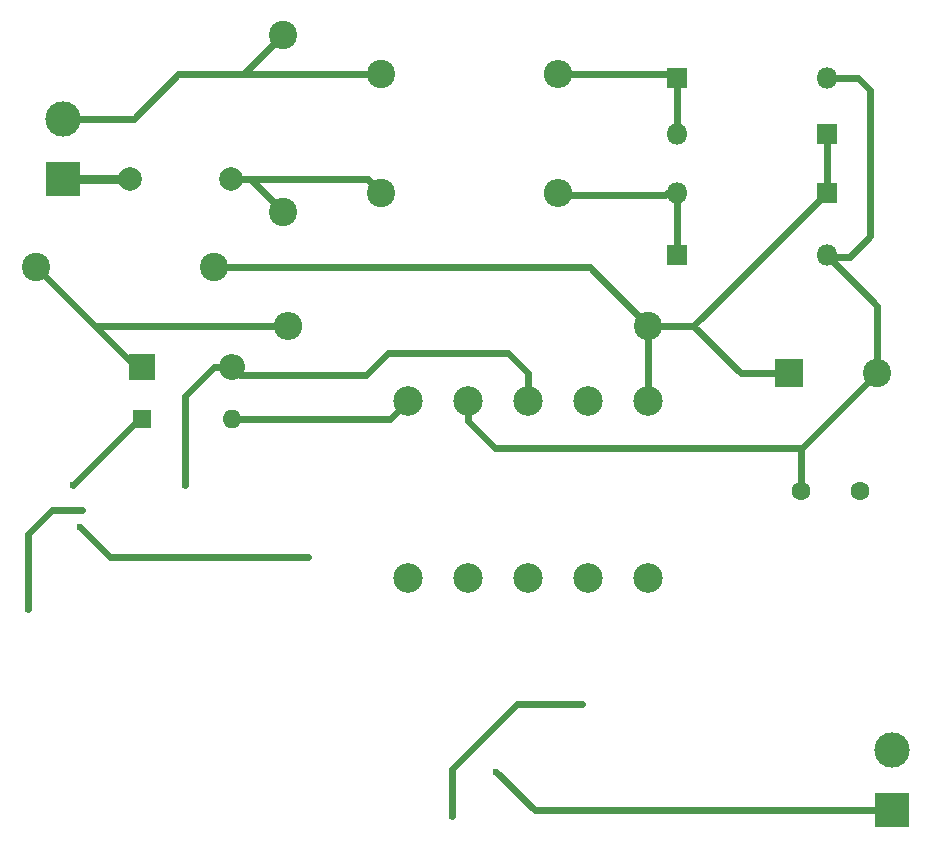
<source format=gbr>
%TF.GenerationSoftware,KiCad,Pcbnew,8.0.8*%
%TF.CreationDate,2025-03-04T11:57:41-03:00*%
%TF.ProjectId,switched_power_supply,73776974-6368-4656-945f-706f7765725f,rev?*%
%TF.SameCoordinates,Original*%
%TF.FileFunction,Copper,L2,Bot*%
%TF.FilePolarity,Positive*%
%FSLAX46Y46*%
G04 Gerber Fmt 4.6, Leading zero omitted, Abs format (unit mm)*
G04 Created by KiCad (PCBNEW 8.0.8) date 2025-03-04 11:57:41*
%MOMM*%
%LPD*%
G01*
G04 APERTURE LIST*
%TA.AperFunction,ComponentPad*%
%ADD10R,1.800000X1.800000*%
%TD*%
%TA.AperFunction,ComponentPad*%
%ADD11O,1.800000X1.800000*%
%TD*%
%TA.AperFunction,ComponentPad*%
%ADD12C,2.500000*%
%TD*%
%TA.AperFunction,ComponentPad*%
%ADD13R,3.000000X3.000000*%
%TD*%
%TA.AperFunction,ComponentPad*%
%ADD14C,3.000000*%
%TD*%
%TA.AperFunction,ComponentPad*%
%ADD15C,2.400000*%
%TD*%
%TA.AperFunction,ComponentPad*%
%ADD16O,2.400000X2.400000*%
%TD*%
%TA.AperFunction,ComponentPad*%
%ADD17R,1.600000X1.600000*%
%TD*%
%TA.AperFunction,ComponentPad*%
%ADD18O,1.600000X1.600000*%
%TD*%
%TA.AperFunction,ComponentPad*%
%ADD19R,2.400000X2.400000*%
%TD*%
%TA.AperFunction,ComponentPad*%
%ADD20R,2.200000X2.200000*%
%TD*%
%TA.AperFunction,ComponentPad*%
%ADD21O,2.200000X2.200000*%
%TD*%
%TA.AperFunction,ComponentPad*%
%ADD22C,2.000000*%
%TD*%
%TA.AperFunction,ComponentPad*%
%ADD23C,1.600000*%
%TD*%
%TA.AperFunction,ViaPad*%
%ADD24C,0.600000*%
%TD*%
%TA.AperFunction,Conductor*%
%ADD25C,0.600000*%
%TD*%
%TA.AperFunction,Conductor*%
%ADD26C,0.800000*%
%TD*%
G04 APERTURE END LIST*
D10*
%TO.P,D1d3,1,K*%
%TO.N,/BarP*%
X176700000Y-67225000D03*
D11*
%TO.P,D1d3,2,A*%
%TO.N,Net-(D1d1-K)*%
X164000000Y-67225000D03*
%TD*%
D10*
%TO.P,D1d2,1,K*%
%TO.N,/BarP*%
X176700000Y-62225000D03*
D11*
%TO.P,D1d2,2,A*%
%TO.N,Net-(D1d2-A)*%
X164000000Y-62225000D03*
%TD*%
D12*
%TO.P,T1,1*%
%TO.N,N/C*%
X161544000Y-99888500D03*
%TO.P,T1,2,2*%
%TO.N,Net-(D4-A)*%
X156464000Y-99888500D03*
%TO.P,T1,3*%
%TO.N,N/C*%
X151384000Y-99888500D03*
%TO.P,T1,4*%
X146304000Y-99888500D03*
%TO.P,T1,5,5*%
%TO.N,Terra*%
X141224000Y-99888500D03*
%TO.P,T1,6,6*%
%TO.N,Net-(D2-A)*%
X141224000Y-84888500D03*
%TO.P,T1,7,7*%
%TO.N,GND*%
X146304000Y-84888500D03*
%TO.P,T1,8,8*%
%TO.N,/Drain*%
X151384000Y-84888500D03*
%TO.P,T1,9*%
%TO.N,N/C*%
X156464000Y-84888500D03*
%TO.P,T1,10,10*%
%TO.N,/BarP*%
X161544000Y-84888500D03*
%TD*%
D10*
%TO.P,D1d1,1,K*%
%TO.N,Net-(D1d1-K)*%
X164000000Y-72500000D03*
D11*
%TO.P,D1d1,2,A*%
%TO.N,GND*%
X176700000Y-72500000D03*
%TD*%
D13*
%TO.P,V1,1,1*%
%TO.N,Net-(F1-Pad1)*%
X112050000Y-66040000D03*
D14*
%TO.P,V1,2,2*%
%TO.N,Net-(C3-Pad2)*%
X112050000Y-60960000D03*
%TD*%
D15*
%TO.P,R4,1,1*%
%TO.N,/BarP*%
X161595000Y-78500000D03*
D16*
%TO.P,R4,2,2*%
%TO.N,Net-(D3-K)*%
X131115000Y-78500000D03*
%TD*%
D10*
%TO.P,D1d4,1,K*%
%TO.N,Net-(D1d2-A)*%
X164000000Y-57500000D03*
D11*
%TO.P,D1d4,2,A*%
%TO.N,GND*%
X176700000Y-57500000D03*
%TD*%
D15*
%TO.P,C3,1,1*%
%TO.N,Net-(C3-Pad1)*%
X130700000Y-68850000D03*
%TO.P,C3,2,2*%
%TO.N,Net-(C3-Pad2)*%
X130700000Y-53850000D03*
%TD*%
D13*
%TO.P,V2,1,1*%
%TO.N,/Vout*%
X182245000Y-119507000D03*
D14*
%TO.P,V2,2,2*%
%TO.N,Terra*%
X182245000Y-114427000D03*
%TD*%
D15*
%TO.P,C3b1,1,1*%
%TO.N,/BarP*%
X124800000Y-73550000D03*
%TO.P,C3b1,2,2*%
%TO.N,Net-(D3-K)*%
X109800000Y-73550000D03*
%TD*%
D17*
%TO.P,D2,1,K*%
%TO.N,Net-(D2-K)*%
X118745000Y-86360000D03*
D18*
%TO.P,D2,2,A*%
%TO.N,Net-(D2-A)*%
X126365000Y-86360000D03*
%TD*%
D19*
%TO.P,C7,1,1*%
%TO.N,/BarP*%
X173487246Y-82500000D03*
D15*
%TO.P,C7,2,2*%
%TO.N,GND*%
X180987246Y-82500000D03*
%TD*%
D20*
%TO.P,D3,1,K*%
%TO.N,Net-(D3-K)*%
X118745000Y-82000000D03*
D21*
%TO.P,D3,2,A*%
%TO.N,/Drain*%
X126365000Y-82000000D03*
%TD*%
D22*
%TO.P,F1,1,1*%
%TO.N,Net-(F1-Pad1)*%
X117750000Y-66110000D03*
%TO.P,F1,2,2*%
%TO.N,Net-(C3-Pad1)*%
X126250000Y-66110000D03*
%TD*%
D23*
%TO.P,C5,1,1*%
%TO.N,GND*%
X174500000Y-92500000D03*
%TO.P,C5,2,2*%
%TO.N,Terra*%
X179500000Y-92500000D03*
%TD*%
D15*
%TO.P,L1,1,1*%
%TO.N,Net-(C3-Pad2)*%
X138975000Y-57225000D03*
D16*
%TO.P,L1,2,2*%
%TO.N,Net-(D1d2-A)*%
X153975000Y-57225000D03*
D15*
%TO.P,L1,3,3*%
%TO.N,Net-(C3-Pad1)*%
X138975000Y-67225000D03*
D16*
%TO.P,L1,4,4*%
%TO.N,Net-(D1d1-K)*%
X153975000Y-67225000D03*
%TD*%
D24*
%TO.N,/Drain*%
X122400000Y-92000000D03*
%TO.N,/Cmp*%
X109054800Y-102514400D03*
X113626800Y-94132400D03*
%TO.N,/Vdd*%
X132803800Y-98069400D03*
X113499800Y-95529400D03*
%TO.N,Net-(D2-K)*%
X112900000Y-91950000D03*
%TO.N,Net-(D4-K)*%
X145000000Y-120000000D03*
X156000000Y-110500000D03*
%TO.N,/Vout*%
X148750000Y-116250000D03*
%TD*%
D25*
%TO.N,Net-(D1d1-K)*%
X163050000Y-67400000D02*
X153975000Y-67400000D01*
X164000000Y-67225000D02*
X163225000Y-67225000D01*
X163225000Y-67225000D02*
X163050000Y-67400000D01*
X164000000Y-72500000D02*
X164000000Y-67225000D01*
%TO.N,GND*%
X180987246Y-82500000D02*
X174604746Y-88882500D01*
X176700000Y-72500000D02*
X180987246Y-76787246D01*
X173480000Y-88882500D02*
X148612500Y-88882500D01*
X174500000Y-88882500D02*
X174500000Y-92500000D01*
X176850000Y-72650000D02*
X178675000Y-72650000D01*
X146304000Y-86574000D02*
X146304000Y-84888500D01*
X179375000Y-57500000D02*
X176700000Y-57500000D01*
X180400000Y-70925000D02*
X180400000Y-58525000D01*
X148612500Y-88882500D02*
X146304000Y-86574000D01*
X176700000Y-72500000D02*
X176850000Y-72650000D01*
X173480000Y-88882500D02*
X174500000Y-88882500D01*
X180987246Y-76787246D02*
X180987246Y-81375254D01*
X174604746Y-88882500D02*
X173480000Y-88882500D01*
X180400000Y-58525000D02*
X179375000Y-57500000D01*
X178675000Y-72650000D02*
X180400000Y-70925000D01*
%TO.N,/BarP*%
X161595000Y-78500000D02*
X165425000Y-78500000D01*
X165425000Y-78500000D02*
X176700000Y-67225000D01*
X169425000Y-82500000D02*
X165425000Y-78500000D01*
X176700000Y-62225000D02*
X176700000Y-67225000D01*
X173487246Y-82500000D02*
X169425000Y-82500000D01*
X156645000Y-73550000D02*
X161595000Y-78500000D01*
X124800000Y-73550000D02*
X156645000Y-73550000D01*
X161595000Y-83896000D02*
X161595000Y-78500000D01*
X161507500Y-78500000D02*
X161507500Y-77855000D01*
X161507500Y-78500000D02*
X161507500Y-78000000D01*
X161544000Y-83947000D02*
X161595000Y-83896000D01*
%TO.N,Net-(D1d2-A)*%
X164500000Y-57000000D02*
X164000000Y-57500000D01*
X163725000Y-57225000D02*
X154150000Y-57225000D01*
X164000000Y-57500000D02*
X163725000Y-57225000D01*
X154150000Y-57225000D02*
X153975000Y-57400000D01*
X164000000Y-57500000D02*
X164000000Y-62225000D01*
%TO.N,Net-(D3-K)*%
X114750000Y-78500000D02*
X131115000Y-78500000D01*
X109800000Y-73550000D02*
X114750000Y-78500000D01*
X131150000Y-78535000D02*
X131115000Y-78500000D01*
X117530000Y-81280000D02*
X118745000Y-81280000D01*
X117125000Y-80875000D02*
X117530000Y-81280000D01*
X114750000Y-78500000D02*
X117125000Y-80875000D01*
X118250000Y-82000000D02*
X118745000Y-82000000D01*
X117125000Y-80875000D02*
X118250000Y-82000000D01*
%TO.N,/Drain*%
X137692468Y-82692467D02*
X139546435Y-80838500D01*
X149698500Y-80838500D02*
X151384000Y-82524000D01*
X126365000Y-82000000D02*
X127057467Y-82692467D01*
X127057467Y-82692467D02*
X137692468Y-82692467D01*
X124809366Y-82000000D02*
X122400000Y-84409366D01*
X126365000Y-82000000D02*
X124809366Y-82000000D01*
X139546435Y-80838500D02*
X149698500Y-80838500D01*
X126365000Y-81280000D02*
X126835000Y-81750000D01*
X151384000Y-82524000D02*
X151384000Y-84888500D01*
X122400000Y-84409366D02*
X122400000Y-92000000D01*
%TO.N,/Cmp*%
X109054800Y-102514400D02*
X109054800Y-96164400D01*
X111086800Y-94132400D02*
X113626800Y-94132400D01*
X109054800Y-96164400D02*
X111086800Y-94132400D01*
%TO.N,/Vdd*%
X132803800Y-98069400D02*
X116039800Y-98069400D01*
X116039800Y-98069400D02*
X113499800Y-95529400D01*
D26*
%TO.N,Terra*%
X141224000Y-100024000D02*
X141224000Y-99888500D01*
D25*
%TO.N,Net-(D2-K)*%
X118490000Y-86360000D02*
X118745000Y-86360000D01*
X112900000Y-91950000D02*
X118490000Y-86360000D01*
%TO.N,Net-(C3-Pad1)*%
X137860000Y-66110000D02*
X138975000Y-67225000D01*
X127960000Y-66110000D02*
X130700000Y-68850000D01*
X126250000Y-66110000D02*
X137860000Y-66110000D01*
X126250000Y-66110000D02*
X127960000Y-66110000D01*
X138975000Y-67225000D02*
X138975000Y-66885000D01*
%TO.N,Net-(C3-Pad2)*%
X121785000Y-57225000D02*
X118050000Y-60960000D01*
X138800000Y-57225000D02*
X121785000Y-57225000D01*
X118050000Y-60960000D02*
X112050000Y-60960000D01*
X127325000Y-57225000D02*
X121785000Y-57225000D01*
X138975000Y-57400000D02*
X138800000Y-57225000D01*
X130700000Y-53850000D02*
X127325000Y-57225000D01*
%TO.N,Net-(D4-K)*%
X145000000Y-120000000D02*
X145000000Y-116000422D01*
X145000000Y-116000422D02*
X150500422Y-110500000D01*
X150500422Y-110500000D02*
X156000000Y-110500000D01*
%TO.N,/Vout*%
X148750000Y-116250000D02*
X152007000Y-119507000D01*
X152007000Y-119507000D02*
X182245000Y-119507000D01*
%TO.N,Net-(D2-A)*%
X139752500Y-86360000D02*
X126365000Y-86360000D01*
X141224000Y-84888500D02*
X139752500Y-86360000D01*
D26*
%TO.N,Net-(F1-Pad1)*%
X112050000Y-66040000D02*
X117680000Y-66040000D01*
X117680000Y-66040000D02*
X117750000Y-66110000D01*
%TD*%
M02*

</source>
